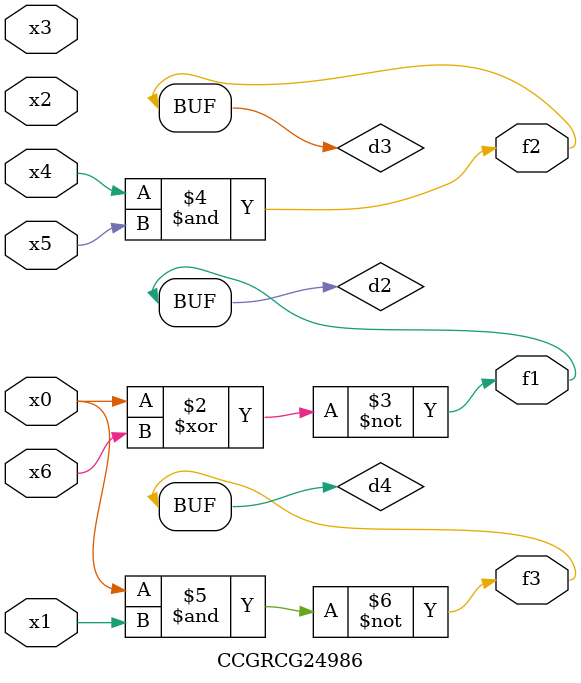
<source format=v>
module CCGRCG24986(
	input x0, x1, x2, x3, x4, x5, x6,
	output f1, f2, f3
);

	wire d1, d2, d3, d4;

	nor (d1, x0);
	xnor (d2, x0, x6);
	and (d3, x4, x5);
	nand (d4, x0, x1);
	assign f1 = d2;
	assign f2 = d3;
	assign f3 = d4;
endmodule

</source>
